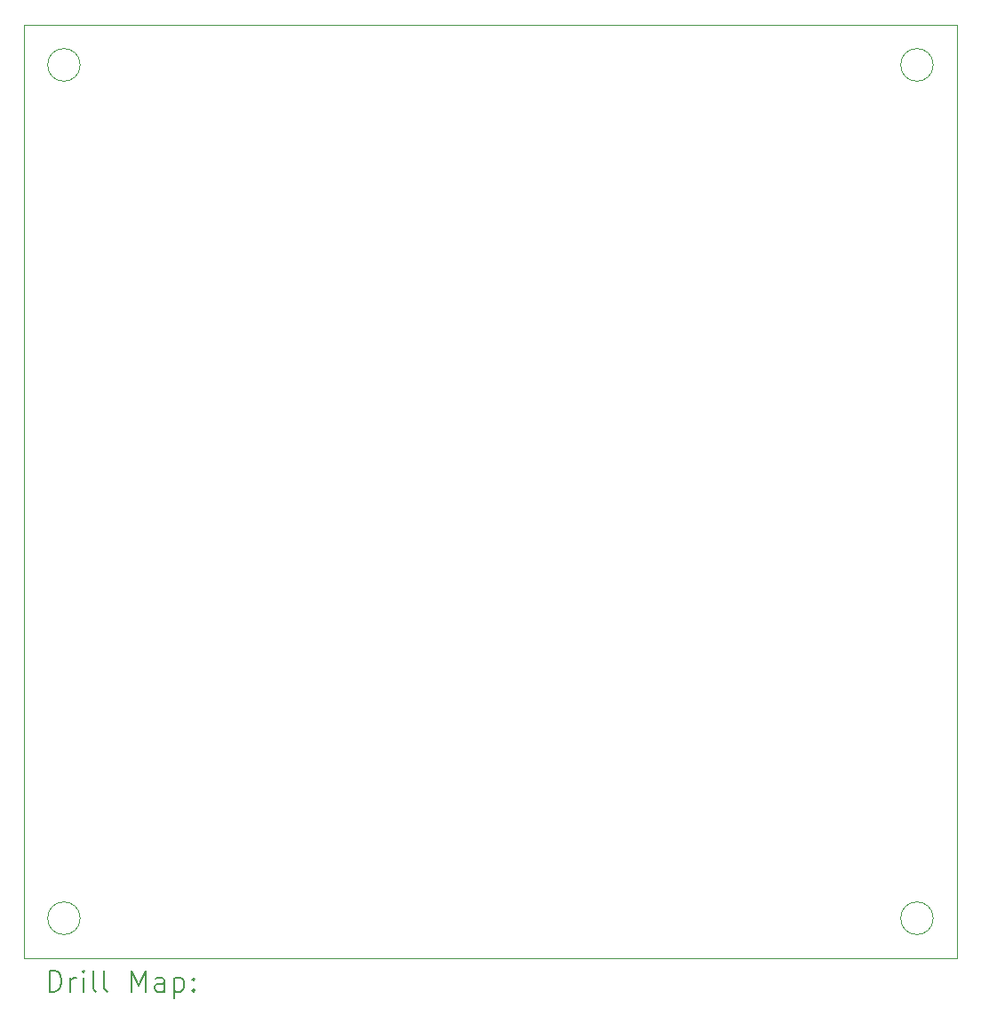
<source format=gbr>
%TF.GenerationSoftware,KiCad,Pcbnew,7.0.1*%
%TF.CreationDate,2023-05-08T23:11:17+02:00*%
%TF.ProjectId,rockobot,726f636b-6f62-46f7-942e-6b696361645f,V1*%
%TF.SameCoordinates,Original*%
%TF.FileFunction,Drillmap*%
%TF.FilePolarity,Positive*%
%FSLAX45Y45*%
G04 Gerber Fmt 4.5, Leading zero omitted, Abs format (unit mm)*
G04 Created by KiCad (PCBNEW 7.0.1) date 2023-05-08 23:11:17*
%MOMM*%
%LPD*%
G01*
G04 APERTURE LIST*
%ADD10C,0.100000*%
%ADD11C,0.200000*%
G04 APERTURE END LIST*
D10*
X10442000Y-14605000D02*
G75*
G03*
X10442000Y-14605000I-155000J0D01*
G01*
X9906000Y-6096000D02*
X18796000Y-6096000D01*
X18796000Y-14986000D01*
X9906000Y-14986000D01*
X9906000Y-6096000D01*
X18570000Y-6477000D02*
G75*
G03*
X18570000Y-6477000I-155000J0D01*
G01*
X18570000Y-14605000D02*
G75*
G03*
X18570000Y-14605000I-155000J0D01*
G01*
X10442000Y-6477000D02*
G75*
G03*
X10442000Y-6477000I-155000J0D01*
G01*
D11*
X10148619Y-15303524D02*
X10148619Y-15103524D01*
X10148619Y-15103524D02*
X10196238Y-15103524D01*
X10196238Y-15103524D02*
X10224810Y-15113048D01*
X10224810Y-15113048D02*
X10243857Y-15132095D01*
X10243857Y-15132095D02*
X10253381Y-15151143D01*
X10253381Y-15151143D02*
X10262905Y-15189238D01*
X10262905Y-15189238D02*
X10262905Y-15217809D01*
X10262905Y-15217809D02*
X10253381Y-15255905D01*
X10253381Y-15255905D02*
X10243857Y-15274952D01*
X10243857Y-15274952D02*
X10224810Y-15294000D01*
X10224810Y-15294000D02*
X10196238Y-15303524D01*
X10196238Y-15303524D02*
X10148619Y-15303524D01*
X10348619Y-15303524D02*
X10348619Y-15170190D01*
X10348619Y-15208286D02*
X10358143Y-15189238D01*
X10358143Y-15189238D02*
X10367667Y-15179714D01*
X10367667Y-15179714D02*
X10386714Y-15170190D01*
X10386714Y-15170190D02*
X10405762Y-15170190D01*
X10472429Y-15303524D02*
X10472429Y-15170190D01*
X10472429Y-15103524D02*
X10462905Y-15113048D01*
X10462905Y-15113048D02*
X10472429Y-15122571D01*
X10472429Y-15122571D02*
X10481952Y-15113048D01*
X10481952Y-15113048D02*
X10472429Y-15103524D01*
X10472429Y-15103524D02*
X10472429Y-15122571D01*
X10596238Y-15303524D02*
X10577190Y-15294000D01*
X10577190Y-15294000D02*
X10567667Y-15274952D01*
X10567667Y-15274952D02*
X10567667Y-15103524D01*
X10701000Y-15303524D02*
X10681952Y-15294000D01*
X10681952Y-15294000D02*
X10672429Y-15274952D01*
X10672429Y-15274952D02*
X10672429Y-15103524D01*
X10929571Y-15303524D02*
X10929571Y-15103524D01*
X10929571Y-15103524D02*
X10996238Y-15246381D01*
X10996238Y-15246381D02*
X11062905Y-15103524D01*
X11062905Y-15103524D02*
X11062905Y-15303524D01*
X11243857Y-15303524D02*
X11243857Y-15198762D01*
X11243857Y-15198762D02*
X11234333Y-15179714D01*
X11234333Y-15179714D02*
X11215286Y-15170190D01*
X11215286Y-15170190D02*
X11177190Y-15170190D01*
X11177190Y-15170190D02*
X11158143Y-15179714D01*
X11243857Y-15294000D02*
X11224809Y-15303524D01*
X11224809Y-15303524D02*
X11177190Y-15303524D01*
X11177190Y-15303524D02*
X11158143Y-15294000D01*
X11158143Y-15294000D02*
X11148619Y-15274952D01*
X11148619Y-15274952D02*
X11148619Y-15255905D01*
X11148619Y-15255905D02*
X11158143Y-15236857D01*
X11158143Y-15236857D02*
X11177190Y-15227333D01*
X11177190Y-15227333D02*
X11224809Y-15227333D01*
X11224809Y-15227333D02*
X11243857Y-15217809D01*
X11339095Y-15170190D02*
X11339095Y-15370190D01*
X11339095Y-15179714D02*
X11358143Y-15170190D01*
X11358143Y-15170190D02*
X11396238Y-15170190D01*
X11396238Y-15170190D02*
X11415286Y-15179714D01*
X11415286Y-15179714D02*
X11424809Y-15189238D01*
X11424809Y-15189238D02*
X11434333Y-15208286D01*
X11434333Y-15208286D02*
X11434333Y-15265428D01*
X11434333Y-15265428D02*
X11424809Y-15284476D01*
X11424809Y-15284476D02*
X11415286Y-15294000D01*
X11415286Y-15294000D02*
X11396238Y-15303524D01*
X11396238Y-15303524D02*
X11358143Y-15303524D01*
X11358143Y-15303524D02*
X11339095Y-15294000D01*
X11520048Y-15284476D02*
X11529571Y-15294000D01*
X11529571Y-15294000D02*
X11520048Y-15303524D01*
X11520048Y-15303524D02*
X11510524Y-15294000D01*
X11510524Y-15294000D02*
X11520048Y-15284476D01*
X11520048Y-15284476D02*
X11520048Y-15303524D01*
X11520048Y-15179714D02*
X11529571Y-15189238D01*
X11529571Y-15189238D02*
X11520048Y-15198762D01*
X11520048Y-15198762D02*
X11510524Y-15189238D01*
X11510524Y-15189238D02*
X11520048Y-15179714D01*
X11520048Y-15179714D02*
X11520048Y-15198762D01*
M02*

</source>
